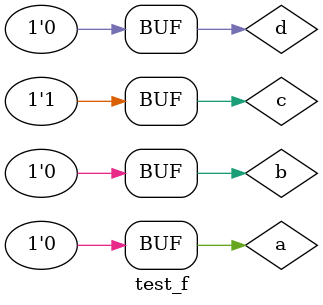
<source format=v>
module f ( output s , input c, input d, input b, input a);
assign s = (!c&d) | (b&c&!d) | (a&!b&c) + (a&b&!c);
endmodule //f
module test_f;
reg c;
reg d;
reg b;
reg a;
wire wire_a;
f module_test (wire_a, c, d, b, a);
initial
begin : main
$display("test module");
$display("    c    d    b    a =    wire_a ");
$monitor(" %4b %4b %4b %4b = %4b" , c, d, b, a, wire_a);
#1 c=1'b0; d=1'b0; b=1'b0; a=1'b0; 
#1 c=1'b0; d=1'b0; b=1'b0; a=1'b1; 
#1 c=1'b0; d=1'b0; b=1'b1; a=1'b1; 
#1 c=1'b0; d=1'b0; b=1'b1; a=1'b0; 
#1 c=1'b0; d=1'b1; b=1'b1; a=1'b0; 
#1 c=1'b0; d=1'b1; b=1'b1; a=1'b1; 
#1 c=1'b0; d=1'b1; b=1'b0; a=1'b1; 
#1 c=1'b0; d=1'b1; b=1'b0; a=1'b0; 
#1 c=1'b1; d=1'b1; b=1'b0; a=1'b0; 
#1 c=1'b1; d=1'b1; b=1'b0; a=1'b1; 
#1 c=1'b1; d=1'b1; b=1'b1; a=1'b1; 
#1 c=1'b1; d=1'b1; b=1'b1; a=1'b0; 
#1 c=1'b1; d=1'b0; b=1'b1; a=1'b0; 
#1 c=1'b1; d=1'b0; b=1'b1; a=1'b1; 
#1 c=1'b1; d=1'b0; b=1'b0; a=1'b1; 
#1 c=1'b1; d=1'b0; b=1'b0; a=1'b0; 
end
endmodule //test

</source>
